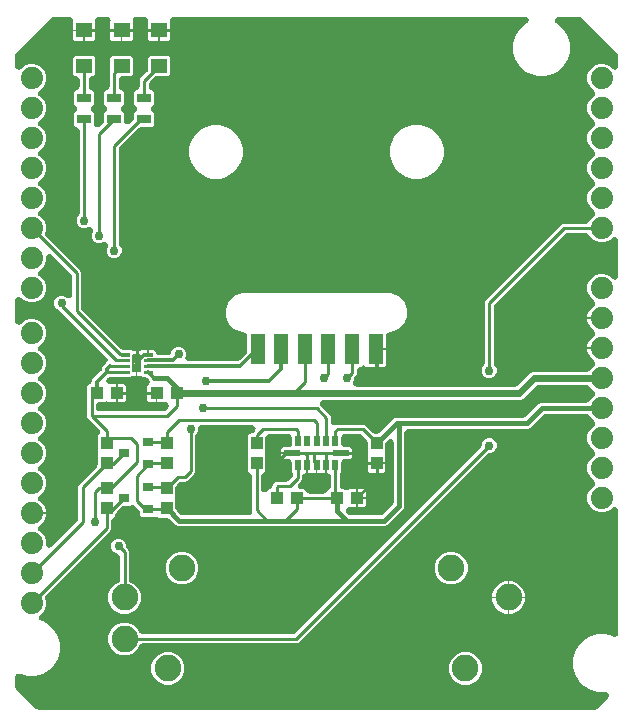
<source format=gtl>
G04 EAGLE Gerber RS-274X export*
G75*
%MOIN*%
%FSLAX24Y24*%
%LPD*%
%INTop Copper*%
%IPPOS*%
%AMOC8*
5,1,8,0,0,1.08239X$1,22.5*%
G01*
G04 Define Apertures*
%ADD10C,0.074000*%
%ADD11C,0.002756*%
%ADD12C,0.007874*%
%ADD13R,0.035433X0.031496*%
%ADD14R,0.039370X0.043307*%
%ADD15R,0.055118X0.047244*%
%ADD16R,0.050000X0.100000*%
%ADD17C,0.088583*%
%ADD18R,0.047244X0.031496*%
%ADD19R,0.043307X0.039370*%
%ADD20R,0.019685X0.035433*%
%ADD21R,0.055118X0.019685*%
%ADD22C,0.010000*%
%ADD23C,0.029780*%
%ADD24C,0.016000*%
%ADD25C,0.012000*%
%ADD26C,0.027811*%
%ADD27C,0.024000*%
G36*
X5435Y10410D02*
X5473Y10435D01*
X5536Y10498D01*
X5563Y10538D01*
X5571Y10585D01*
X5561Y10632D01*
X5533Y10671D01*
X5493Y10696D01*
X5451Y10703D01*
X5195Y10703D01*
X5195Y11030D01*
X4849Y11030D01*
X4849Y11238D01*
X4903Y11293D01*
X4930Y11333D01*
X4938Y11380D01*
X4929Y11424D01*
X4929Y11424D01*
X4903Y11463D01*
X4852Y11514D01*
X4812Y11541D01*
X4767Y11550D01*
X4709Y11550D01*
X4708Y11550D01*
X4669Y11576D01*
X4624Y11585D01*
X4530Y11585D01*
X4530Y12415D01*
X4624Y12415D01*
X4670Y12424D01*
X4708Y12450D01*
X4709Y12450D01*
X4858Y12450D01*
X4858Y12265D01*
X4918Y12265D01*
X4918Y12450D01*
X5067Y12450D01*
X5133Y12384D01*
X5133Y12378D01*
X5143Y12332D01*
X5170Y12292D01*
X5210Y12266D01*
X5253Y12258D01*
X5533Y12258D01*
X5580Y12268D01*
X5619Y12295D01*
X5644Y12333D01*
X5689Y12441D01*
X5759Y12511D01*
X5850Y12549D01*
X5950Y12549D01*
X6041Y12511D01*
X6111Y12441D01*
X6149Y12350D01*
X6149Y12250D01*
X6139Y12227D01*
X6130Y12181D01*
X6140Y12134D01*
X6167Y12095D01*
X6208Y12069D01*
X6250Y12062D01*
X7846Y12062D01*
X7893Y12071D01*
X7931Y12097D01*
X8146Y12312D01*
X8173Y12352D01*
X8181Y12397D01*
X8181Y12909D01*
X8172Y12956D01*
X8145Y12995D01*
X8105Y13021D01*
X8061Y13029D01*
X8000Y13029D01*
X7759Y13129D01*
X7574Y13313D01*
X7474Y13555D01*
X7474Y13816D01*
X7574Y14057D01*
X7759Y14241D01*
X8000Y14341D01*
X12985Y14341D01*
X13226Y14241D01*
X13411Y14057D01*
X13511Y13816D01*
X13511Y13555D01*
X13411Y13313D01*
X13226Y13129D01*
X12985Y13029D01*
X12939Y13029D01*
X12892Y13020D01*
X12852Y12993D01*
X12827Y12952D01*
X12819Y12909D01*
X12819Y12501D01*
X12439Y12501D01*
X12439Y11871D01*
X12177Y11871D01*
X12160Y11888D01*
X12120Y11915D01*
X12073Y11923D01*
X12026Y11913D01*
X11990Y11888D01*
X11973Y11871D01*
X11951Y11871D01*
X11904Y11861D01*
X11865Y11834D01*
X11839Y11794D01*
X11831Y11751D01*
X11831Y11651D01*
X11808Y11596D01*
X11784Y11572D01*
X11758Y11532D01*
X11749Y11487D01*
X11749Y11450D01*
X11722Y11386D01*
X11713Y11339D01*
X11723Y11292D01*
X11750Y11253D01*
X11791Y11228D01*
X11833Y11220D01*
X17109Y11220D01*
X17156Y11230D01*
X17194Y11255D01*
X17625Y11687D01*
X17706Y11720D01*
X19506Y11720D01*
X19552Y11730D01*
X19590Y11755D01*
X19750Y11915D01*
X19777Y11955D01*
X19786Y12002D01*
X19775Y12049D01*
X19750Y12085D01*
X19602Y12234D01*
X19530Y12407D01*
X19530Y12470D01*
X20030Y12470D01*
X20030Y12530D01*
X19530Y12530D01*
X19530Y12593D01*
X19602Y12766D01*
X19750Y12915D01*
X19777Y12955D01*
X19786Y13002D01*
X19775Y13049D01*
X19750Y13085D01*
X19602Y13234D01*
X19530Y13407D01*
X19530Y13470D01*
X20030Y13470D01*
X20030Y13530D01*
X19530Y13530D01*
X19530Y13593D01*
X19602Y13766D01*
X19750Y13915D01*
X19777Y13955D01*
X19786Y14002D01*
X19775Y14049D01*
X19750Y14085D01*
X19602Y14234D01*
X19530Y14407D01*
X19530Y14593D01*
X19602Y14766D01*
X19734Y14898D01*
X19907Y14970D01*
X20093Y14970D01*
X20266Y14898D01*
X20345Y14820D01*
X20385Y14793D01*
X20432Y14784D01*
X20479Y14795D01*
X20518Y14822D01*
X20543Y14863D01*
X20550Y14904D01*
X20550Y16096D01*
X20540Y16142D01*
X20513Y16182D01*
X20473Y16208D01*
X20426Y16216D01*
X20380Y16205D01*
X20345Y16180D01*
X20266Y16102D01*
X20093Y16030D01*
X19907Y16030D01*
X19734Y16102D01*
X19602Y16234D01*
X19584Y16276D01*
X19557Y16316D01*
X19517Y16342D01*
X19473Y16350D01*
X18862Y16350D01*
X18815Y16340D01*
X18777Y16315D01*
X16435Y13973D01*
X16409Y13933D01*
X16400Y13888D01*
X16400Y12002D01*
X16410Y11955D01*
X16435Y11917D01*
X16461Y11891D01*
X16499Y11800D01*
X16499Y11700D01*
X16461Y11609D01*
X16391Y11539D01*
X16300Y11501D01*
X16200Y11501D01*
X16109Y11539D01*
X16039Y11609D01*
X16001Y11700D01*
X16001Y11800D01*
X16039Y11891D01*
X16065Y11917D01*
X16091Y11957D01*
X16100Y12002D01*
X16100Y14030D01*
X16123Y14085D01*
X18665Y16627D01*
X18720Y16650D01*
X19473Y16650D01*
X19520Y16660D01*
X19559Y16687D01*
X19584Y16724D01*
X19602Y16766D01*
X19750Y16915D01*
X19777Y16955D01*
X19786Y17002D01*
X19775Y17049D01*
X19750Y17085D01*
X19602Y17234D01*
X19530Y17407D01*
X19530Y17593D01*
X19602Y17766D01*
X19750Y17915D01*
X19777Y17955D01*
X19786Y18002D01*
X19775Y18049D01*
X19750Y18085D01*
X19602Y18234D01*
X19530Y18407D01*
X19530Y18593D01*
X19602Y18766D01*
X19750Y18915D01*
X19777Y18955D01*
X19786Y19002D01*
X19775Y19049D01*
X19750Y19085D01*
X19602Y19234D01*
X19530Y19407D01*
X19530Y19593D01*
X19602Y19766D01*
X19750Y19915D01*
X19777Y19955D01*
X19786Y20002D01*
X19775Y20049D01*
X19750Y20085D01*
X19602Y20234D01*
X19530Y20407D01*
X19530Y20593D01*
X19602Y20766D01*
X19750Y20915D01*
X19777Y20955D01*
X19786Y21002D01*
X19775Y21049D01*
X19750Y21085D01*
X19602Y21234D01*
X19530Y21407D01*
X19530Y21593D01*
X19602Y21766D01*
X19734Y21898D01*
X19907Y21970D01*
X20093Y21970D01*
X20266Y21898D01*
X20345Y21820D01*
X20385Y21793D01*
X20432Y21784D01*
X20479Y21795D01*
X20518Y21822D01*
X20543Y21863D01*
X20550Y21904D01*
X20550Y22264D01*
X20540Y22311D01*
X20515Y22349D01*
X19349Y23515D01*
X19309Y23541D01*
X19264Y23550D01*
X18553Y23550D01*
X18507Y23540D01*
X18467Y23513D01*
X18441Y23473D01*
X18433Y23426D01*
X18444Y23380D01*
X18473Y23341D01*
X18493Y23326D01*
X18584Y23274D01*
X18761Y23097D01*
X18886Y22880D01*
X18951Y22638D01*
X18951Y22387D01*
X18886Y22145D01*
X18761Y21929D01*
X18584Y21751D01*
X18367Y21626D01*
X18125Y21561D01*
X17875Y21561D01*
X17633Y21626D01*
X17416Y21751D01*
X17239Y21929D01*
X17114Y22145D01*
X17049Y22387D01*
X17049Y22638D01*
X17114Y22880D01*
X17239Y23097D01*
X17416Y23274D01*
X17507Y23326D01*
X17542Y23358D01*
X17563Y23401D01*
X17565Y23449D01*
X17549Y23493D01*
X17516Y23528D01*
X17472Y23547D01*
X17447Y23550D01*
X5733Y23550D01*
X5687Y23540D01*
X5647Y23513D01*
X5622Y23473D01*
X5614Y23426D01*
X5625Y23380D01*
X5626Y23378D01*
X5626Y23121D01*
X4874Y23121D01*
X4874Y23380D01*
X4878Y23385D01*
X4886Y23432D01*
X4876Y23479D01*
X4849Y23518D01*
X4808Y23543D01*
X4767Y23550D01*
X4483Y23550D01*
X4437Y23540D01*
X4397Y23513D01*
X4372Y23473D01*
X4364Y23426D01*
X4375Y23380D01*
X4376Y23378D01*
X4376Y23121D01*
X3624Y23121D01*
X3624Y23380D01*
X3628Y23385D01*
X3636Y23432D01*
X3626Y23479D01*
X3599Y23518D01*
X3558Y23543D01*
X3517Y23550D01*
X3233Y23550D01*
X3187Y23540D01*
X3147Y23513D01*
X3122Y23473D01*
X3114Y23426D01*
X3125Y23380D01*
X3126Y23378D01*
X3126Y23121D01*
X2374Y23121D01*
X2374Y23380D01*
X2378Y23385D01*
X2386Y23432D01*
X2376Y23479D01*
X2349Y23518D01*
X2308Y23543D01*
X2267Y23550D01*
X1736Y23550D01*
X1689Y23540D01*
X1651Y23515D01*
X485Y22349D01*
X459Y22309D01*
X450Y22264D01*
X450Y21904D01*
X460Y21858D01*
X487Y21818D01*
X527Y21792D01*
X574Y21784D01*
X620Y21795D01*
X655Y21820D01*
X734Y21898D01*
X907Y21970D01*
X1093Y21970D01*
X1266Y21898D01*
X1398Y21766D01*
X1470Y21593D01*
X1470Y21407D01*
X1398Y21234D01*
X1250Y21085D01*
X1223Y21045D01*
X1214Y20998D01*
X1225Y20951D01*
X1250Y20915D01*
X1398Y20766D01*
X1470Y20593D01*
X1470Y20407D01*
X1398Y20234D01*
X1250Y20085D01*
X1223Y20045D01*
X1214Y19998D01*
X1225Y19951D01*
X1250Y19915D01*
X1398Y19766D01*
X1470Y19593D01*
X1470Y19407D01*
X1398Y19234D01*
X1250Y19085D01*
X1223Y19045D01*
X1214Y18998D01*
X1225Y18951D01*
X1250Y18915D01*
X1398Y18766D01*
X1470Y18593D01*
X1470Y18407D01*
X1398Y18234D01*
X1250Y18085D01*
X1223Y18045D01*
X1214Y17998D01*
X1225Y17951D01*
X1250Y17915D01*
X1398Y17766D01*
X1470Y17593D01*
X1470Y17407D01*
X1398Y17234D01*
X1250Y17085D01*
X1223Y17045D01*
X1214Y16998D01*
X1225Y16951D01*
X1250Y16915D01*
X1398Y16766D01*
X1470Y16593D01*
X1470Y16407D01*
X1453Y16364D01*
X1443Y16317D01*
X1453Y16271D01*
X1479Y16234D01*
X2627Y15085D01*
X2650Y15030D01*
X2650Y13862D01*
X2660Y13815D01*
X2685Y13777D01*
X3977Y12486D01*
X4016Y12459D01*
X4061Y12450D01*
X4291Y12450D01*
X4292Y12450D01*
X4331Y12424D01*
X4376Y12415D01*
X4470Y12415D01*
X4470Y11585D01*
X4376Y11585D01*
X4330Y11576D01*
X4292Y11550D01*
X4291Y11550D01*
X3905Y11550D01*
X3878Y11555D01*
X3631Y11555D01*
X3584Y11545D01*
X3546Y11520D01*
X3528Y11502D01*
X3502Y11462D01*
X3493Y11415D01*
X3503Y11368D01*
X3531Y11329D01*
X3571Y11304D01*
X3613Y11297D01*
X3805Y11297D01*
X3805Y10703D01*
X3573Y10703D01*
X3545Y10721D01*
X3498Y10730D01*
X3451Y10720D01*
X3427Y10703D01*
X3270Y10703D01*
X3223Y10694D01*
X3184Y10667D01*
X3158Y10626D01*
X3150Y10583D01*
X3150Y10520D01*
X3160Y10473D01*
X3187Y10434D01*
X3227Y10408D01*
X3270Y10400D01*
X5388Y10400D01*
X5435Y10410D01*
G37*
%LPC*%
G36*
X2433Y22754D02*
X2374Y22813D01*
X2374Y23061D01*
X2720Y23061D01*
X2720Y22754D01*
X2433Y22754D01*
G37*
G36*
X5280Y22754D02*
X5280Y23061D01*
X5626Y23061D01*
X5626Y22813D01*
X5567Y22754D01*
X5280Y22754D01*
G37*
G36*
X4933Y22754D02*
X4874Y22813D01*
X4874Y23061D01*
X5220Y23061D01*
X5220Y22754D01*
X4933Y22754D01*
G37*
G36*
X4030Y22754D02*
X4030Y23061D01*
X4376Y23061D01*
X4376Y22813D01*
X4317Y22754D01*
X4030Y22754D01*
G37*
G36*
X3683Y22754D02*
X3624Y22813D01*
X3624Y23061D01*
X3970Y23061D01*
X3970Y22754D01*
X3683Y22754D01*
G37*
G36*
X2780Y22754D02*
X2780Y23061D01*
X3126Y23061D01*
X3126Y22813D01*
X3067Y22754D01*
X2780Y22754D01*
G37*
G36*
X3700Y15501D02*
X3609Y15539D01*
X3539Y15609D01*
X3501Y15700D01*
X3501Y15800D01*
X3533Y15876D01*
X3542Y15923D01*
X3532Y15970D01*
X3505Y16009D01*
X3464Y16034D01*
X3417Y16042D01*
X3376Y16033D01*
X3300Y16001D01*
X3200Y16001D01*
X3109Y16039D01*
X3039Y16109D01*
X3001Y16200D01*
X3001Y16300D01*
X3033Y16376D01*
X3042Y16423D01*
X3032Y16470D01*
X3005Y16509D01*
X2964Y16534D01*
X2917Y16542D01*
X2876Y16533D01*
X2800Y16501D01*
X2700Y16501D01*
X2609Y16539D01*
X2539Y16609D01*
X2501Y16700D01*
X2501Y16800D01*
X2539Y16891D01*
X2565Y16917D01*
X2591Y16957D01*
X2600Y17002D01*
X2600Y19768D01*
X2590Y19815D01*
X2563Y19854D01*
X2523Y19880D01*
X2480Y19888D01*
X2472Y19888D01*
X2414Y19947D01*
X2414Y20345D01*
X2484Y20415D01*
X2511Y20455D01*
X2519Y20502D01*
X2509Y20549D01*
X2484Y20585D01*
X2414Y20655D01*
X2414Y21053D01*
X2472Y21112D01*
X2480Y21112D01*
X2527Y21121D01*
X2566Y21148D01*
X2592Y21189D01*
X2600Y21232D01*
X2600Y21453D01*
X2590Y21500D01*
X2563Y21539D01*
X2523Y21565D01*
X2480Y21573D01*
X2433Y21573D01*
X2374Y21632D01*
X2374Y22187D01*
X2433Y22246D01*
X3067Y22246D01*
X3126Y22187D01*
X3126Y21632D01*
X3067Y21573D01*
X3020Y21573D01*
X2973Y21564D01*
X2934Y21537D01*
X2908Y21496D01*
X2900Y21453D01*
X2900Y21232D01*
X2910Y21185D01*
X2937Y21146D01*
X2977Y21120D01*
X3020Y21112D01*
X3028Y21112D01*
X3086Y21053D01*
X3086Y20655D01*
X3016Y20585D01*
X2989Y20545D01*
X2981Y20498D01*
X2991Y20451D01*
X3016Y20415D01*
X3086Y20345D01*
X3086Y19984D01*
X3096Y19937D01*
X3123Y19898D01*
X3163Y19872D01*
X3210Y19864D01*
X3257Y19875D01*
X3291Y19899D01*
X3379Y19986D01*
X3405Y20026D01*
X3414Y20071D01*
X3414Y20345D01*
X3484Y20415D01*
X3511Y20455D01*
X3519Y20502D01*
X3509Y20549D01*
X3484Y20585D01*
X3414Y20655D01*
X3414Y21053D01*
X3472Y21112D01*
X3480Y21112D01*
X3527Y21121D01*
X3566Y21148D01*
X3592Y21189D01*
X3600Y21232D01*
X3600Y21689D01*
X3615Y21726D01*
X3624Y21772D01*
X3624Y22187D01*
X3683Y22246D01*
X4317Y22246D01*
X4376Y22187D01*
X4376Y21632D01*
X4317Y21573D01*
X4020Y21573D01*
X3973Y21564D01*
X3934Y21537D01*
X3908Y21496D01*
X3900Y21453D01*
X3900Y21232D01*
X3910Y21185D01*
X3937Y21146D01*
X3977Y21120D01*
X4020Y21112D01*
X4028Y21112D01*
X4086Y21053D01*
X4086Y20655D01*
X4016Y20585D01*
X3989Y20545D01*
X3981Y20498D01*
X3991Y20451D01*
X4016Y20415D01*
X4086Y20345D01*
X4086Y20088D01*
X4096Y20041D01*
X4123Y20002D01*
X4163Y19976D01*
X4210Y19968D01*
X4257Y19979D01*
X4291Y20003D01*
X4379Y20091D01*
X4405Y20131D01*
X4414Y20176D01*
X4414Y20345D01*
X4484Y20415D01*
X4511Y20455D01*
X4519Y20502D01*
X4509Y20549D01*
X4484Y20585D01*
X4414Y20655D01*
X4414Y21053D01*
X4472Y21112D01*
X4480Y21112D01*
X4527Y21121D01*
X4566Y21148D01*
X4592Y21189D01*
X4600Y21232D01*
X4600Y21439D01*
X4623Y21494D01*
X4839Y21711D01*
X4866Y21751D01*
X4874Y21796D01*
X4874Y22187D01*
X4933Y22246D01*
X5567Y22246D01*
X5626Y22187D01*
X5626Y21632D01*
X5567Y21573D01*
X5176Y21573D01*
X5129Y21564D01*
X5091Y21538D01*
X4935Y21382D01*
X4909Y21343D01*
X4900Y21298D01*
X4900Y21232D01*
X4910Y21185D01*
X4937Y21146D01*
X4977Y21120D01*
X5020Y21112D01*
X5028Y21112D01*
X5086Y21053D01*
X5086Y20655D01*
X5016Y20585D01*
X4989Y20545D01*
X4981Y20498D01*
X4991Y20451D01*
X5016Y20415D01*
X5086Y20345D01*
X5086Y19947D01*
X5028Y19888D01*
X4650Y19888D01*
X4603Y19879D01*
X4565Y19853D01*
X3935Y19223D01*
X3909Y19183D01*
X3900Y19138D01*
X3900Y16002D01*
X3910Y15955D01*
X3935Y15917D01*
X3961Y15891D01*
X3999Y15800D01*
X3999Y15700D01*
X3961Y15609D01*
X3891Y15539D01*
X3800Y15501D01*
X3700Y15501D01*
G37*
G36*
X13721Y18152D02*
X13494Y18212D01*
X13291Y18330D01*
X13125Y18496D01*
X13007Y18699D01*
X12946Y18926D01*
X12946Y19161D01*
X13007Y19388D01*
X13125Y19591D01*
X13291Y19758D01*
X13494Y19875D01*
X13721Y19936D01*
X13956Y19936D01*
X14183Y19875D01*
X14386Y19758D01*
X14552Y19591D01*
X14670Y19388D01*
X14731Y19161D01*
X14731Y18926D01*
X14670Y18699D01*
X14552Y18496D01*
X14386Y18330D01*
X14183Y18212D01*
X13956Y18152D01*
X13721Y18152D01*
G37*
G36*
X7029Y18150D02*
X6802Y18211D01*
X6598Y18329D01*
X6432Y18495D01*
X6315Y18698D01*
X6254Y18925D01*
X6254Y19160D01*
X6315Y19387D01*
X6432Y19590D01*
X6598Y19756D01*
X6802Y19874D01*
X7029Y19935D01*
X7264Y19935D01*
X7490Y19874D01*
X7694Y19756D01*
X7860Y19590D01*
X7977Y19387D01*
X8038Y19160D01*
X8038Y18925D01*
X7977Y18698D01*
X7860Y18495D01*
X7694Y18329D01*
X7490Y18211D01*
X7264Y18150D01*
X7029Y18150D01*
G37*
G36*
X12499Y11871D02*
X12499Y12441D01*
X12819Y12441D01*
X12819Y11929D01*
X12760Y11871D01*
X12499Y11871D01*
G37*
G36*
X3865Y11030D02*
X3865Y11297D01*
X4093Y11297D01*
X4151Y11238D01*
X4151Y11030D01*
X3865Y11030D01*
G37*
G36*
X4907Y10703D02*
X4849Y10762D01*
X4849Y10970D01*
X5135Y10970D01*
X5135Y10703D01*
X4907Y10703D01*
G37*
G36*
X3865Y10703D02*
X3865Y10970D01*
X4151Y10970D01*
X4151Y10762D01*
X4093Y10703D01*
X3865Y10703D01*
G37*
%LPD*%
G36*
X1640Y5863D02*
X1675Y5887D01*
X2515Y6727D01*
X2541Y6767D01*
X2550Y6812D01*
X2550Y7895D01*
X2573Y7950D01*
X3168Y8545D01*
X3194Y8585D01*
X3203Y8630D01*
X3203Y8927D01*
X3221Y8955D01*
X3230Y9002D01*
X3220Y9049D01*
X3203Y9073D01*
X3203Y9593D01*
X3239Y9629D01*
X3266Y9669D01*
X3274Y9716D01*
X3264Y9762D01*
X3239Y9799D01*
X2873Y10165D01*
X2850Y10220D01*
X2850Y10711D01*
X2849Y10717D01*
X2849Y11238D01*
X2913Y11302D01*
X2932Y11306D01*
X2972Y11333D01*
X2997Y11374D01*
X2999Y11381D01*
X3030Y11456D01*
X3310Y11736D01*
X3336Y11776D01*
X3345Y11821D01*
X3345Y11837D01*
X3369Y11895D01*
X3496Y12022D01*
X3522Y12062D01*
X3531Y12109D01*
X3521Y12156D01*
X3496Y12192D01*
X1944Y13744D01*
X1905Y13770D01*
X1859Y13789D01*
X1789Y13859D01*
X1751Y13950D01*
X1751Y14050D01*
X1789Y14141D01*
X1859Y14211D01*
X1950Y14249D01*
X2050Y14249D01*
X2141Y14211D01*
X2145Y14207D01*
X2185Y14180D01*
X2232Y14172D01*
X2279Y14182D01*
X2318Y14210D01*
X2343Y14250D01*
X2350Y14292D01*
X2350Y14888D01*
X2340Y14935D01*
X2315Y14973D01*
X1675Y15613D01*
X1635Y15639D01*
X1588Y15648D01*
X1541Y15638D01*
X1502Y15610D01*
X1477Y15570D01*
X1470Y15528D01*
X1470Y15407D01*
X1398Y15234D01*
X1250Y15085D01*
X1223Y15045D01*
X1214Y14998D01*
X1225Y14951D01*
X1250Y14915D01*
X1398Y14766D01*
X1470Y14593D01*
X1470Y14407D01*
X1398Y14234D01*
X1266Y14102D01*
X1093Y14030D01*
X907Y14030D01*
X734Y14102D01*
X655Y14180D01*
X615Y14207D01*
X568Y14216D01*
X521Y14205D01*
X482Y14178D01*
X457Y14137D01*
X450Y14096D01*
X450Y13404D01*
X460Y13358D01*
X487Y13318D01*
X527Y13292D01*
X574Y13284D01*
X620Y13295D01*
X655Y13320D01*
X734Y13398D01*
X907Y13470D01*
X1093Y13470D01*
X1266Y13398D01*
X1398Y13266D01*
X1470Y13093D01*
X1470Y12907D01*
X1398Y12734D01*
X1250Y12585D01*
X1223Y12545D01*
X1214Y12498D01*
X1225Y12451D01*
X1250Y12415D01*
X1398Y12266D01*
X1470Y12093D01*
X1470Y11907D01*
X1398Y11734D01*
X1250Y11585D01*
X1223Y11545D01*
X1214Y11498D01*
X1225Y11451D01*
X1250Y11415D01*
X1398Y11266D01*
X1470Y11093D01*
X1470Y10907D01*
X1398Y10734D01*
X1250Y10585D01*
X1223Y10545D01*
X1214Y10498D01*
X1225Y10451D01*
X1250Y10415D01*
X1398Y10266D01*
X1470Y10093D01*
X1470Y9907D01*
X1398Y9734D01*
X1250Y9585D01*
X1223Y9545D01*
X1214Y9498D01*
X1225Y9451D01*
X1250Y9415D01*
X1398Y9266D01*
X1470Y9093D01*
X1470Y8907D01*
X1398Y8734D01*
X1250Y8585D01*
X1223Y8545D01*
X1214Y8498D01*
X1225Y8451D01*
X1250Y8415D01*
X1398Y8266D01*
X1470Y8093D01*
X1470Y7907D01*
X1398Y7734D01*
X1250Y7585D01*
X1223Y7545D01*
X1214Y7498D01*
X1225Y7451D01*
X1250Y7415D01*
X1398Y7266D01*
X1470Y7093D01*
X1470Y7030D01*
X970Y7030D01*
X970Y6970D01*
X1470Y6970D01*
X1470Y6907D01*
X1398Y6734D01*
X1250Y6585D01*
X1223Y6545D01*
X1214Y6498D01*
X1225Y6451D01*
X1250Y6415D01*
X1398Y6266D01*
X1470Y6093D01*
X1470Y5972D01*
X1480Y5925D01*
X1507Y5886D01*
X1547Y5860D01*
X1594Y5852D01*
X1640Y5863D01*
G37*
G36*
X12559Y9661D02*
X12597Y9686D01*
X13063Y10153D01*
X13130Y10180D01*
X17376Y10180D01*
X17423Y10190D01*
X17461Y10215D01*
X17898Y10653D01*
X17964Y10680D01*
X19486Y10680D01*
X19532Y10690D01*
X19572Y10717D01*
X19597Y10754D01*
X19602Y10766D01*
X19750Y10915D01*
X19777Y10955D01*
X19786Y11002D01*
X19775Y11049D01*
X19750Y11085D01*
X19590Y11245D01*
X19551Y11271D01*
X19506Y11280D01*
X17891Y11280D01*
X17844Y11270D01*
X17806Y11245D01*
X17375Y10813D01*
X17294Y10780D01*
X10722Y10780D01*
X10675Y10770D01*
X10636Y10743D01*
X10610Y10703D01*
X10602Y10656D01*
X10613Y10610D01*
X10637Y10575D01*
X10942Y10270D01*
X10965Y10215D01*
X10965Y10045D01*
X10974Y9998D01*
X11001Y9958D01*
X11042Y9933D01*
X11089Y9925D01*
X11131Y9934D01*
X11170Y9950D01*
X12064Y9950D01*
X12120Y9927D01*
X12360Y9686D01*
X12400Y9660D01*
X12445Y9651D01*
X12512Y9651D01*
X12559Y9661D01*
G37*
G36*
X19811Y460D02*
X19849Y485D01*
X20213Y849D01*
X20239Y889D01*
X20248Y936D01*
X20238Y982D01*
X20210Y1021D01*
X20169Y1047D01*
X20128Y1054D01*
X19874Y1054D01*
X19632Y1119D01*
X19415Y1244D01*
X19238Y1421D01*
X19112Y1638D01*
X19048Y1880D01*
X19048Y2130D01*
X19112Y2372D01*
X19238Y2589D01*
X19415Y2766D01*
X19632Y2891D01*
X19874Y2956D01*
X20124Y2956D01*
X20366Y2891D01*
X20370Y2889D01*
X20415Y2874D01*
X20463Y2878D01*
X20505Y2900D01*
X20536Y2936D01*
X20550Y2993D01*
X20550Y7096D01*
X20540Y7142D01*
X20513Y7182D01*
X20473Y7208D01*
X20426Y7216D01*
X20380Y7205D01*
X20345Y7180D01*
X20266Y7102D01*
X20093Y7030D01*
X19907Y7030D01*
X19734Y7102D01*
X19602Y7234D01*
X19530Y7407D01*
X19530Y7593D01*
X19602Y7766D01*
X19750Y7915D01*
X19777Y7955D01*
X19786Y8002D01*
X19775Y8049D01*
X19750Y8085D01*
X19602Y8234D01*
X19530Y8407D01*
X19530Y8593D01*
X19602Y8766D01*
X19750Y8915D01*
X19777Y8955D01*
X19786Y9002D01*
X19775Y9049D01*
X19750Y9085D01*
X19602Y9234D01*
X19530Y9407D01*
X19530Y9593D01*
X19602Y9766D01*
X19750Y9915D01*
X19777Y9955D01*
X19786Y10002D01*
X19775Y10049D01*
X19750Y10085D01*
X19602Y10234D01*
X19597Y10246D01*
X19570Y10286D01*
X19530Y10312D01*
X19486Y10320D01*
X18124Y10320D01*
X18077Y10310D01*
X18039Y10285D01*
X17602Y9847D01*
X17536Y9820D01*
X13550Y9820D01*
X13503Y9810D01*
X13464Y9783D01*
X13438Y9743D01*
X13430Y9700D01*
X13430Y7214D01*
X13403Y7148D01*
X12852Y6597D01*
X12786Y6570D01*
X5880Y6570D01*
X5813Y6597D01*
X5597Y6814D01*
X5557Y6840D01*
X5512Y6849D01*
X5262Y6849D01*
X5222Y6875D01*
X5175Y6884D01*
X5129Y6873D01*
X5121Y6869D01*
X4675Y6869D01*
X4617Y6927D01*
X4617Y7022D01*
X4607Y7068D01*
X4581Y7106D01*
X4450Y7238D01*
X4410Y7264D01*
X4364Y7273D01*
X4317Y7262D01*
X4288Y7243D01*
X4071Y7243D01*
X4024Y7233D01*
X3986Y7207D01*
X3832Y7053D01*
X3806Y7013D01*
X3797Y6968D01*
X3797Y6907D01*
X3730Y6841D01*
X3723Y6839D01*
X3684Y6812D01*
X3658Y6772D01*
X3650Y6729D01*
X3650Y6470D01*
X3627Y6415D01*
X1479Y4266D01*
X1452Y4227D01*
X1443Y4180D01*
X1453Y4136D01*
X1470Y4093D01*
X1470Y3907D01*
X1398Y3734D01*
X1281Y3616D01*
X1255Y3576D01*
X1246Y3529D01*
X1256Y3483D01*
X1284Y3444D01*
X1335Y3415D01*
X1368Y3406D01*
X1585Y3281D01*
X1762Y3104D01*
X1888Y2887D01*
X1952Y2645D01*
X1952Y2395D01*
X1888Y2153D01*
X1762Y1936D01*
X1585Y1759D01*
X1368Y1634D01*
X1126Y1569D01*
X876Y1569D01*
X634Y1634D01*
X630Y1636D01*
X585Y1651D01*
X537Y1648D01*
X495Y1626D01*
X464Y1589D01*
X450Y1532D01*
X450Y1236D01*
X460Y1189D01*
X485Y1151D01*
X1151Y485D01*
X1191Y459D01*
X1236Y450D01*
X19764Y450D01*
X19811Y460D01*
G37*
%LPC*%
G36*
X3994Y2268D02*
X3795Y2351D01*
X3642Y2503D01*
X3559Y2703D01*
X3559Y2919D01*
X3642Y3119D01*
X3795Y3271D01*
X3994Y3354D01*
X4210Y3354D01*
X4410Y3271D01*
X4563Y3119D01*
X4597Y3035D01*
X4624Y2995D01*
X4664Y2969D01*
X4708Y2961D01*
X9699Y2961D01*
X9746Y2971D01*
X9784Y2996D01*
X15966Y9178D01*
X15992Y9218D01*
X16001Y9263D01*
X16001Y9300D01*
X16039Y9391D01*
X16109Y9461D01*
X16200Y9499D01*
X16300Y9499D01*
X16391Y9461D01*
X16461Y9391D01*
X16499Y9300D01*
X16499Y9200D01*
X16461Y9109D01*
X16391Y9039D01*
X16300Y9001D01*
X16263Y9001D01*
X16216Y8992D01*
X16178Y8966D01*
X9896Y2684D01*
X9841Y2661D01*
X4708Y2661D01*
X4661Y2652D01*
X4622Y2625D01*
X4597Y2587D01*
X4563Y2503D01*
X4410Y2351D01*
X4210Y2268D01*
X3994Y2268D01*
G37*
G36*
X3994Y3646D02*
X3795Y3729D01*
X3642Y3881D01*
X3559Y4081D01*
X3559Y4297D01*
X3642Y4497D01*
X3795Y4649D01*
X3878Y4684D01*
X3918Y4710D01*
X3944Y4751D01*
X3952Y4795D01*
X3952Y5531D01*
X3943Y5578D01*
X3916Y5617D01*
X3876Y5643D01*
X3865Y5645D01*
X3759Y5689D01*
X3689Y5759D01*
X3651Y5850D01*
X3651Y5950D01*
X3689Y6041D01*
X3759Y6111D01*
X3850Y6149D01*
X3950Y6149D01*
X4041Y6111D01*
X4111Y6041D01*
X4149Y5950D01*
X4149Y5913D01*
X4158Y5866D01*
X4184Y5828D01*
X4230Y5783D01*
X4252Y5727D01*
X4252Y4795D01*
X4262Y4748D01*
X4289Y4708D01*
X4326Y4684D01*
X4410Y4649D01*
X4563Y4497D01*
X4645Y4297D01*
X4645Y4081D01*
X4563Y3881D01*
X4410Y3729D01*
X4210Y3646D01*
X3994Y3646D01*
G37*
G36*
X14880Y4630D02*
X14681Y4713D01*
X14528Y4866D01*
X14445Y5065D01*
X14445Y5281D01*
X14528Y5481D01*
X14681Y5633D01*
X14880Y5716D01*
X15096Y5716D01*
X15296Y5633D01*
X15448Y5481D01*
X15531Y5281D01*
X15531Y5065D01*
X15448Y4866D01*
X15296Y4713D01*
X15096Y4630D01*
X14880Y4630D01*
G37*
G36*
X5904Y4630D02*
X5704Y4713D01*
X5552Y4866D01*
X5469Y5065D01*
X5469Y5281D01*
X5552Y5481D01*
X5704Y5633D01*
X5904Y5716D01*
X6120Y5716D01*
X6319Y5633D01*
X6472Y5481D01*
X6555Y5281D01*
X6555Y5065D01*
X6472Y4866D01*
X6319Y4713D01*
X6120Y4630D01*
X5904Y4630D01*
G37*
G36*
X16355Y4219D02*
X16355Y4297D01*
X16437Y4497D01*
X16590Y4649D01*
X16790Y4732D01*
X16868Y4732D01*
X16868Y4219D01*
X16355Y4219D01*
G37*
G36*
X16928Y4219D02*
X16928Y4732D01*
X17006Y4732D01*
X17205Y4649D01*
X17358Y4497D01*
X17441Y4297D01*
X17441Y4219D01*
X16928Y4219D01*
G37*
G36*
X16928Y3646D02*
X16928Y4159D01*
X17441Y4159D01*
X17441Y4081D01*
X17358Y3881D01*
X17205Y3729D01*
X17006Y3646D01*
X16928Y3646D01*
G37*
G36*
X16790Y3646D02*
X16590Y3729D01*
X16437Y3881D01*
X16355Y4081D01*
X16355Y4159D01*
X16868Y4159D01*
X16868Y3646D01*
X16790Y3646D01*
G37*
G36*
X15353Y1284D02*
X15153Y1367D01*
X15000Y1519D01*
X14918Y1719D01*
X14918Y1935D01*
X15000Y2134D01*
X15153Y2287D01*
X15353Y2370D01*
X15569Y2370D01*
X15768Y2287D01*
X15921Y2134D01*
X16004Y1935D01*
X16004Y1719D01*
X15921Y1519D01*
X15768Y1367D01*
X15569Y1284D01*
X15353Y1284D01*
G37*
G36*
X5431Y1284D02*
X5232Y1367D01*
X5079Y1519D01*
X4996Y1719D01*
X4996Y1935D01*
X5079Y2134D01*
X5232Y2287D01*
X5431Y2370D01*
X5647Y2370D01*
X5847Y2287D01*
X6000Y2134D01*
X6082Y1935D01*
X6082Y1719D01*
X6000Y1519D01*
X5847Y1367D01*
X5647Y1284D01*
X5431Y1284D01*
G37*
%LPD*%
G36*
X8277Y6940D02*
X8316Y6967D01*
X8342Y7007D01*
X8350Y7050D01*
X8350Y8229D01*
X8340Y8276D01*
X8313Y8315D01*
X8273Y8341D01*
X8269Y8342D01*
X8203Y8407D01*
X8203Y8927D01*
X8221Y8955D01*
X8230Y9002D01*
X8220Y9049D01*
X8203Y9073D01*
X8203Y9593D01*
X8262Y9651D01*
X8289Y9651D01*
X8336Y9661D01*
X8374Y9686D01*
X8433Y9745D01*
X8459Y9785D01*
X8468Y9832D01*
X8458Y9879D01*
X8430Y9918D01*
X8390Y9943D01*
X8348Y9950D01*
X6669Y9950D01*
X6622Y9940D01*
X6583Y9913D01*
X6557Y9873D01*
X6549Y9830D01*
X6549Y9750D01*
X6511Y9659D01*
X6485Y9633D01*
X6459Y9593D01*
X6450Y9548D01*
X6450Y8370D01*
X6427Y8315D01*
X6185Y8073D01*
X6130Y8050D01*
X5977Y8050D01*
X5930Y8040D01*
X5892Y8015D01*
X5832Y7955D01*
X5806Y7915D01*
X5797Y7870D01*
X5797Y7573D01*
X5779Y7545D01*
X5770Y7498D01*
X5780Y7451D01*
X5797Y7427D01*
X5797Y7173D01*
X5806Y7126D01*
X5832Y7088D01*
X5955Y6965D01*
X5995Y6939D01*
X6040Y6930D01*
X8230Y6930D01*
X8277Y6940D01*
G37*
G36*
X8820Y7720D02*
X8855Y7744D01*
X8910Y7800D01*
X8942Y7806D01*
X8982Y7833D01*
X9007Y7874D01*
X9008Y7877D01*
X9038Y7950D01*
X9115Y8027D01*
X9170Y8050D01*
X9488Y8050D01*
X9535Y8060D01*
X9573Y8085D01*
X9685Y8197D01*
X9711Y8237D01*
X9720Y8282D01*
X9720Y8290D01*
X9711Y8336D01*
X9685Y8374D01*
X9672Y8388D01*
X9672Y8682D01*
X9662Y8728D01*
X9635Y8768D01*
X9595Y8794D01*
X9552Y8802D01*
X9376Y8802D01*
X9317Y8860D01*
X9317Y8970D01*
X9723Y8970D01*
X9723Y9030D01*
X9317Y9030D01*
X9317Y9140D01*
X9376Y9198D01*
X9552Y9198D01*
X9598Y9208D01*
X9638Y9235D01*
X9664Y9275D01*
X9672Y9318D01*
X9672Y9530D01*
X9662Y9577D01*
X9635Y9616D01*
X9595Y9642D01*
X9552Y9650D01*
X8917Y9650D01*
X8870Y9640D01*
X8831Y9613D01*
X8805Y9573D01*
X8797Y9530D01*
X8797Y9073D01*
X8779Y9045D01*
X8770Y8998D01*
X8780Y8951D01*
X8797Y8927D01*
X8797Y8407D01*
X8730Y8341D01*
X8723Y8339D01*
X8684Y8312D01*
X8658Y8272D01*
X8650Y8229D01*
X8650Y7829D01*
X8660Y7782D01*
X8687Y7743D01*
X8727Y7717D01*
X8774Y7709D01*
X8820Y7720D01*
G37*
G36*
X12673Y6940D02*
X12711Y6965D01*
X13035Y7289D01*
X13061Y7329D01*
X13070Y7374D01*
X13070Y9360D01*
X13060Y9407D01*
X13033Y9447D01*
X12993Y9472D01*
X12946Y9480D01*
X12900Y9469D01*
X12865Y9445D01*
X12832Y9412D01*
X12806Y9372D01*
X12797Y9327D01*
X12797Y9073D01*
X12779Y9045D01*
X12770Y8998D01*
X12780Y8951D01*
X12797Y8927D01*
X12797Y8695D01*
X12203Y8695D01*
X12203Y8927D01*
X12221Y8955D01*
X12230Y9002D01*
X12220Y9049D01*
X12203Y9073D01*
X12203Y9370D01*
X12194Y9416D01*
X12168Y9455D01*
X12008Y9615D01*
X11968Y9641D01*
X11923Y9650D01*
X11448Y9650D01*
X11402Y9640D01*
X11362Y9613D01*
X11336Y9573D01*
X11328Y9530D01*
X11328Y9318D01*
X11338Y9272D01*
X11365Y9232D01*
X11405Y9206D01*
X11448Y9198D01*
X11624Y9198D01*
X11683Y9140D01*
X11683Y9030D01*
X11277Y9030D01*
X11277Y8970D01*
X11683Y8970D01*
X11683Y8860D01*
X11624Y8802D01*
X11448Y8802D01*
X11402Y8792D01*
X11362Y8765D01*
X11336Y8725D01*
X11328Y8682D01*
X11328Y8388D01*
X11315Y8374D01*
X11289Y8335D01*
X11280Y8290D01*
X11280Y7917D01*
X11289Y7870D01*
X11316Y7831D01*
X11357Y7805D01*
X11400Y7797D01*
X11427Y7797D01*
X11455Y7779D01*
X11502Y7770D01*
X11549Y7780D01*
X11573Y7797D01*
X11805Y7797D01*
X11805Y7203D01*
X11591Y7203D01*
X11544Y7194D01*
X11505Y7167D01*
X11479Y7126D01*
X11471Y7079D01*
X11482Y7033D01*
X11506Y6998D01*
X11539Y6965D01*
X11579Y6939D01*
X11624Y6930D01*
X12626Y6930D01*
X12673Y6940D01*
G37*
%LPC*%
G36*
X12530Y8349D02*
X12530Y8635D01*
X12797Y8635D01*
X12797Y8407D01*
X12738Y8349D01*
X12530Y8349D01*
G37*
G36*
X12262Y8349D02*
X12203Y8407D01*
X12203Y8635D01*
X12470Y8635D01*
X12470Y8349D01*
X12262Y8349D01*
G37*
G36*
X11865Y7530D02*
X11865Y7797D01*
X12093Y7797D01*
X12151Y7738D01*
X12151Y7530D01*
X11865Y7530D01*
G37*
G36*
X11865Y7203D02*
X11865Y7470D01*
X12151Y7470D01*
X12151Y7262D01*
X12093Y7203D01*
X11865Y7203D01*
G37*
%LPD*%
G36*
X10776Y7660D02*
X10815Y7687D01*
X10841Y7727D01*
X10842Y7731D01*
X10939Y7829D01*
X10946Y7833D01*
X10972Y7874D01*
X10980Y7917D01*
X10980Y8209D01*
X10970Y8256D01*
X10943Y8295D01*
X10903Y8321D01*
X10860Y8329D01*
X10845Y8329D01*
X10845Y8636D01*
X10785Y8636D01*
X10785Y8329D01*
X10530Y8329D01*
X10530Y8636D01*
X10470Y8636D01*
X10470Y8329D01*
X10215Y8329D01*
X10215Y8636D01*
X10155Y8636D01*
X10155Y8329D01*
X10140Y8329D01*
X10093Y8320D01*
X10054Y8293D01*
X10028Y8252D01*
X10020Y8209D01*
X10020Y8140D01*
X9997Y8085D01*
X9914Y8002D01*
X9887Y7962D01*
X9879Y7915D01*
X9889Y7868D01*
X9917Y7829D01*
X9957Y7804D01*
X9999Y7797D01*
X10093Y7797D01*
X10159Y7730D01*
X10161Y7723D01*
X10188Y7684D01*
X10228Y7658D01*
X10271Y7650D01*
X10729Y7650D01*
X10776Y7660D01*
G37*
D10*
X20000Y9500D03*
X20000Y10500D03*
X20000Y11500D03*
X20000Y12500D03*
X20000Y13500D03*
X20000Y14500D03*
X20000Y16500D03*
X20000Y17500D03*
X20000Y18500D03*
X20000Y19500D03*
X20000Y20500D03*
X20000Y21500D03*
X1000Y21500D03*
X1000Y20500D03*
X1000Y19500D03*
X1000Y18500D03*
X1000Y17500D03*
X1000Y16500D03*
X1000Y15500D03*
X1000Y14500D03*
X1000Y13000D03*
X1000Y12000D03*
X1000Y11000D03*
X1000Y10000D03*
X1000Y9000D03*
X1000Y8000D03*
X1000Y7000D03*
X1000Y6000D03*
X1000Y5000D03*
X1000Y4000D03*
X20000Y8500D03*
X20000Y7500D03*
D11*
X5019Y11746D02*
X4757Y11746D01*
X5019Y11746D02*
X5019Y11664D01*
X4757Y11664D01*
X4757Y11746D01*
X4757Y11691D02*
X5019Y11691D01*
X5019Y11718D02*
X4757Y11718D01*
X4757Y11745D02*
X5019Y11745D01*
X5019Y11943D02*
X4757Y11943D01*
X5019Y11943D02*
X5019Y11861D01*
X4757Y11861D01*
X4757Y11943D01*
X4757Y11888D02*
X5019Y11888D01*
X5019Y11915D02*
X4757Y11915D01*
X4757Y11942D02*
X5019Y11942D01*
X5019Y12139D02*
X4757Y12139D01*
X5019Y12139D02*
X5019Y12057D01*
X4757Y12057D01*
X4757Y12139D01*
X4757Y12084D02*
X5019Y12084D01*
X5019Y12111D02*
X4757Y12111D01*
X4757Y12138D02*
X5019Y12138D01*
X5019Y12336D02*
X4757Y12336D01*
X5019Y12336D02*
X5019Y12254D01*
X4757Y12254D01*
X4757Y12336D01*
X4757Y12281D02*
X5019Y12281D01*
X5019Y12308D02*
X4757Y12308D01*
X4757Y12335D02*
X5019Y12335D01*
X4243Y12336D02*
X3981Y12336D01*
X4243Y12336D02*
X4243Y12254D01*
X3981Y12254D01*
X3981Y12336D01*
X3981Y12281D02*
X4243Y12281D01*
X4243Y12308D02*
X3981Y12308D01*
X3981Y12335D02*
X4243Y12335D01*
X4243Y12139D02*
X3981Y12139D01*
X4243Y12139D02*
X4243Y12057D01*
X3981Y12057D01*
X3981Y12139D01*
X3981Y12084D02*
X4243Y12084D01*
X4243Y12111D02*
X3981Y12111D01*
X3981Y12138D02*
X4243Y12138D01*
X4243Y11943D02*
X3981Y11943D01*
X4243Y11943D02*
X4243Y11861D01*
X3981Y11861D01*
X3981Y11943D01*
X3981Y11888D02*
X4243Y11888D01*
X4243Y11915D02*
X3981Y11915D01*
X3981Y11942D02*
X4243Y11942D01*
X4243Y11746D02*
X3981Y11746D01*
X4243Y11746D02*
X4243Y11664D01*
X3981Y11664D01*
X3981Y11746D01*
X3981Y11691D02*
X4243Y11691D01*
X4243Y11718D02*
X3981Y11718D01*
X3981Y11745D02*
X4243Y11745D01*
D12*
X4382Y12276D02*
X4618Y12276D01*
X4618Y11724D01*
X4382Y11724D01*
X4382Y12276D01*
X4382Y11799D02*
X4618Y11799D01*
X4618Y11874D02*
X4382Y11874D01*
X4382Y11949D02*
X4618Y11949D01*
X4618Y12024D02*
X4382Y12024D01*
X4382Y12099D02*
X4618Y12099D01*
X4618Y12174D02*
X4382Y12174D01*
X4382Y12249D02*
X4618Y12249D01*
D13*
X4067Y9000D03*
X4894Y9374D03*
X4894Y8626D03*
D14*
X5500Y8665D03*
X5500Y9335D03*
X3500Y9335D03*
X3500Y8665D03*
D13*
X4067Y7500D03*
X4894Y7874D03*
X4894Y7126D03*
D14*
X5500Y7165D03*
X5500Y7835D03*
X3500Y7835D03*
X3500Y7165D03*
D15*
X2750Y21909D03*
X2750Y23091D03*
X4000Y21909D03*
X4000Y23091D03*
X5250Y21909D03*
X5250Y23091D03*
D16*
X12469Y12471D03*
X11681Y12471D03*
X10894Y12471D03*
X10106Y12471D03*
X9319Y12471D03*
X8531Y12471D03*
D17*
X4102Y4189D03*
X4102Y2811D03*
X16898Y4189D03*
X14988Y5173D03*
X6012Y5173D03*
X5539Y1827D03*
X15461Y1827D03*
D18*
X2750Y20854D03*
X2750Y20146D03*
X3750Y20854D03*
X3750Y20146D03*
X4750Y20854D03*
X4750Y20146D03*
D14*
X12500Y9335D03*
X12500Y8665D03*
X8500Y9335D03*
X8500Y8665D03*
D19*
X9165Y7500D03*
X9835Y7500D03*
X11165Y7500D03*
X11835Y7500D03*
D20*
X11130Y8606D03*
X10815Y8606D03*
X10500Y8606D03*
X10185Y8606D03*
X9870Y8606D03*
D21*
X9693Y9000D03*
D20*
X9870Y9394D03*
X10185Y9394D03*
X10500Y9394D03*
X10815Y9394D03*
X11130Y9394D03*
D21*
X11307Y9000D03*
D19*
X3165Y11000D03*
X3835Y11000D03*
X5835Y11000D03*
X5165Y11000D03*
D22*
X11307Y9000D02*
X11800Y9000D01*
X12135Y8665D01*
X12500Y8665D01*
X10185Y8606D02*
X10185Y8915D01*
X10100Y9000D01*
X9693Y9000D01*
X10800Y9000D02*
X11307Y9000D01*
X10800Y9000D02*
X10400Y9000D01*
X10100Y9000D01*
X10800Y8621D02*
X10815Y8606D01*
X10800Y8621D02*
X10800Y9000D01*
X10500Y8606D02*
X10400Y8706D01*
X10400Y9000D01*
X11835Y7500D02*
X12292Y7958D01*
X12500Y8165D01*
X12500Y8665D01*
X4500Y11000D02*
X3835Y11000D01*
D23*
X4500Y11000D03*
D22*
X5165Y11000D01*
X4000Y23091D02*
X2750Y23091D01*
X4000Y23091D02*
X5250Y23091D01*
X6000Y20250D02*
X4500Y18750D01*
X6000Y20250D02*
X6000Y21250D01*
X6000Y22750D01*
X5659Y23091D01*
X5250Y23091D01*
X12469Y12471D02*
X12500Y12439D01*
X12500Y11500D01*
D23*
X12500Y11500D03*
X12292Y7958D03*
X15500Y15500D03*
D24*
X9750Y21250D01*
X6000Y21250D01*
D23*
X9000Y8250D03*
D25*
X9250Y8500D01*
X9250Y8750D01*
X9500Y9000D01*
X9693Y9000D01*
D22*
X4500Y12000D02*
X4480Y12020D01*
X4736Y12295D02*
X4888Y12295D01*
X4736Y12295D02*
X4480Y12039D01*
X4480Y12020D01*
D26*
X4500Y12164D03*
X4500Y11846D03*
D25*
X4500Y12000D01*
D22*
X4500Y12164D02*
X4500Y18750D01*
D23*
X7250Y8250D03*
X12750Y10500D03*
X2000Y18000D03*
D22*
X11130Y8606D02*
X11130Y7535D01*
X11165Y7500D01*
X9835Y7500D01*
X11130Y9394D02*
X11130Y9730D01*
X11200Y9800D01*
X12035Y9800D01*
X12500Y9335D01*
X8500Y8665D02*
X8500Y7100D01*
X8850Y6750D01*
X9450Y6750D01*
X9835Y7135D01*
X9835Y7500D01*
X5500Y7165D02*
X5461Y7126D01*
X4894Y7126D01*
X4774Y7126D01*
X4500Y7400D01*
X4500Y8232D01*
X4894Y8626D01*
X4933Y8665D01*
X5500Y8665D01*
D24*
X18000Y10500D02*
X20000Y10500D01*
X18000Y10500D02*
X17500Y10000D01*
X13250Y10000D01*
X13165Y10000D01*
X12500Y9335D01*
X13250Y10000D02*
X13250Y7250D01*
X12750Y6750D01*
X11500Y6750D01*
X11165Y7085D01*
X11165Y7500D01*
X11500Y6750D02*
X5915Y6750D01*
X5500Y7165D01*
D22*
X2500Y13750D02*
X2500Y15000D01*
X1000Y16500D01*
X3955Y12295D02*
X4112Y12295D01*
X3955Y12295D02*
X2500Y13750D01*
X2000Y13900D02*
X3802Y12098D01*
X2000Y13900D02*
X2000Y14000D01*
D23*
X2000Y14000D03*
D22*
X3802Y12098D02*
X4112Y12098D01*
D25*
X8530Y12470D02*
X8531Y12471D01*
X7962Y11902D02*
X4888Y11902D01*
X7962Y11902D02*
X8530Y12470D01*
X5900Y12300D02*
X5698Y12098D01*
D23*
X5900Y12300D03*
X6800Y11400D03*
D25*
X8900Y11400D01*
X9319Y11819D01*
X9319Y12471D01*
X5698Y12098D02*
X4888Y12098D01*
D22*
X5865Y8200D02*
X5500Y7835D01*
X5865Y8200D02*
X6100Y8200D01*
X6300Y8400D01*
X6300Y9800D01*
D23*
X6300Y9800D03*
X6700Y10500D03*
D22*
X10500Y10500D01*
X10815Y10185D01*
X10815Y9394D01*
X5461Y7874D02*
X4894Y7874D01*
X5461Y7874D02*
X5500Y7835D01*
X10500Y9394D02*
X10500Y10000D01*
X10400Y10100D01*
X5900Y10100D01*
X5500Y9700D01*
X5500Y9335D01*
X5461Y9374D02*
X4894Y9374D01*
X5461Y9374D02*
X5500Y9335D01*
X11681Y11681D02*
X11681Y12471D01*
X11681Y11681D02*
X11500Y11500D01*
D23*
X11500Y11500D03*
D22*
X10894Y11644D02*
X10894Y12471D01*
X10894Y11644D02*
X10750Y11500D01*
D23*
X10750Y11500D03*
D22*
X2750Y20854D02*
X2750Y21909D01*
X3750Y21659D02*
X3750Y20854D01*
X3750Y21659D02*
X4000Y21909D01*
X4750Y21409D02*
X4750Y20854D01*
X4750Y21409D02*
X5250Y21909D01*
D25*
X3505Y11705D02*
X3165Y11365D01*
X3165Y11000D01*
X5835Y11000D02*
X5835Y11165D01*
X3602Y11902D02*
X3505Y11805D01*
X3505Y11705D01*
D22*
X3500Y7835D02*
X3635Y7835D01*
X4500Y8700D01*
X4500Y9300D01*
X4300Y9500D01*
X3665Y9500D01*
X3500Y9335D01*
X4102Y5698D02*
X4102Y4189D01*
X4102Y5698D02*
X3900Y5900D01*
D23*
X3900Y5900D03*
X3100Y6700D03*
D22*
X3100Y7700D01*
X3235Y7835D01*
X3500Y7835D01*
X10106Y11356D02*
X10106Y12471D01*
X10106Y11356D02*
X9750Y11000D01*
D27*
X17250Y11000D02*
X17750Y11500D01*
X20000Y11500D01*
D24*
X5500Y11500D02*
X5093Y11500D01*
X5500Y11500D02*
X5835Y11165D01*
D22*
X3500Y9750D02*
X3500Y9335D01*
X3500Y9750D02*
X3000Y10250D01*
X3000Y10835D01*
X3165Y11000D01*
X3000Y10250D02*
X5500Y10250D01*
X5835Y10585D01*
X5835Y11000D01*
D25*
X5093Y11500D02*
X4888Y11705D01*
D22*
X4112Y11902D02*
X3602Y11902D01*
X3505Y11705D02*
X4112Y11705D01*
D27*
X9750Y11000D02*
X17250Y11000D01*
X9750Y11000D02*
X5835Y11000D01*
D22*
X4102Y2811D02*
X9811Y2811D01*
X16250Y9250D01*
D23*
X16250Y9250D03*
X16250Y11750D03*
D22*
X16250Y14000D01*
X18750Y16500D01*
X20000Y16500D01*
D23*
X3750Y15750D03*
D22*
X3750Y19250D02*
X4646Y20146D01*
X4750Y20146D01*
X3750Y19250D02*
X3750Y15750D01*
D23*
X3250Y16250D03*
D22*
X3250Y19646D02*
X3750Y20146D01*
X3250Y19646D02*
X3250Y16250D01*
D23*
X2750Y16750D03*
D22*
X2750Y20146D01*
X2700Y6700D02*
X1000Y5000D01*
X2700Y6700D02*
X2700Y7865D01*
X3467Y8633D01*
X3500Y8665D01*
X3700Y8633D02*
X4067Y9000D01*
X3700Y8633D02*
X3467Y8633D01*
X3500Y6500D02*
X1000Y4000D01*
X3500Y6500D02*
X3500Y7100D01*
X3500Y7165D01*
X3667Y7100D02*
X4067Y7500D01*
X3667Y7100D02*
X3500Y7100D01*
X9870Y9394D02*
X9870Y9730D01*
X9800Y9800D01*
X8700Y9800D01*
X8500Y9600D01*
X8500Y9335D01*
X9870Y8606D02*
X9870Y8170D01*
X9600Y7900D01*
X9200Y7900D01*
X9165Y7865D01*
X9165Y7500D01*
M02*

</source>
